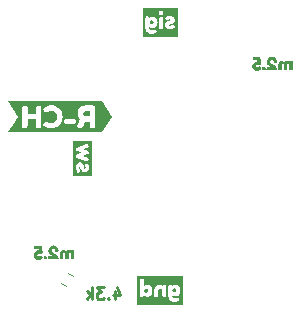
<source format=gbr>
%TF.GenerationSoftware,KiCad,Pcbnew,(6.0.4)*%
%TF.CreationDate,2022-05-31T22:59:13-07:00*%
%TF.ProjectId,VP_SPEAKER_ADAPTER,56505f53-5045-4414-9b45-525f41444150,rev?*%
%TF.SameCoordinates,Original*%
%TF.FileFunction,Legend,Bot*%
%TF.FilePolarity,Positive*%
%FSLAX46Y46*%
G04 Gerber Fmt 4.6, Leading zero omitted, Abs format (unit mm)*
G04 Created by KiCad (PCBNEW (6.0.4)) date 2022-05-31 22:59:13*
%MOMM*%
%LPD*%
G01*
G04 APERTURE LIST*
%ADD10C,0.250000*%
%ADD11C,0.120000*%
G04 APERTURE END LIST*
D10*
X166128571Y-111285714D02*
X166128571Y-111952380D01*
X166366666Y-110904761D02*
X166604761Y-111619047D01*
X165985714Y-111619047D01*
X165604761Y-111857142D02*
X165557142Y-111904761D01*
X165604761Y-111952380D01*
X165652380Y-111904761D01*
X165604761Y-111857142D01*
X165604761Y-111952380D01*
X165223809Y-110952380D02*
X164604761Y-110952380D01*
X164938095Y-111333333D01*
X164795238Y-111333333D01*
X164700000Y-111380952D01*
X164652380Y-111428571D01*
X164604761Y-111523809D01*
X164604761Y-111761904D01*
X164652380Y-111857142D01*
X164700000Y-111904761D01*
X164795238Y-111952380D01*
X165080952Y-111952380D01*
X165176190Y-111904761D01*
X165223809Y-111857142D01*
X164176190Y-111952380D02*
X164176190Y-110952380D01*
X164080952Y-111571428D02*
X163795238Y-111952380D01*
X163795238Y-111285714D02*
X164176190Y-111666666D01*
%TO.C,kibuzzard-625A7373*%
G36*
X180860884Y-91769416D02*
G01*
X180943038Y-91853950D01*
X180970025Y-91771400D01*
X181085913Y-91742825D01*
X181158541Y-91753541D01*
X181198625Y-91785687D01*
X181213706Y-91826169D01*
X181216088Y-91880937D01*
X181216088Y-92439738D01*
X181213706Y-92495300D01*
X181200213Y-92536575D01*
X181158541Y-92568722D01*
X181077975Y-92579438D01*
X180997013Y-92569119D01*
X180954150Y-92538163D01*
X180939069Y-92496094D01*
X180936688Y-92441325D01*
X180936688Y-92160338D01*
X180912875Y-92056753D01*
X180841438Y-92022225D01*
X180767619Y-92056753D01*
X180743013Y-92160338D01*
X180743013Y-92438150D01*
X180740631Y-92492919D01*
X180727138Y-92534988D01*
X180685466Y-92568325D01*
X180604900Y-92579438D01*
X180523144Y-92568722D01*
X180481075Y-92536575D01*
X180465994Y-92495300D01*
X180463613Y-92439738D01*
X180463613Y-92161925D01*
X180443769Y-92058738D01*
X180368363Y-92022225D01*
X180294544Y-92056753D01*
X180269938Y-92160338D01*
X180269938Y-92438150D01*
X180267556Y-92492919D01*
X180254063Y-92534988D01*
X180212391Y-92568325D01*
X180131825Y-92579438D01*
X180050466Y-92568722D01*
X180009588Y-92536575D01*
X179994506Y-92494506D01*
X179992125Y-92439738D01*
X179992125Y-92161925D01*
X180001650Y-92025841D01*
X180030225Y-91918156D01*
X180077850Y-91838869D01*
X180173894Y-91765645D01*
X180290575Y-91741237D01*
X180401700Y-91772194D01*
X180480281Y-91829344D01*
X180522350Y-91879350D01*
X180584439Y-91802621D01*
X180664872Y-91756583D01*
X180763650Y-91741237D01*
X180860884Y-91769416D01*
G37*
G36*
X178402244Y-91427706D02*
G01*
X178443519Y-91461837D01*
X178466537Y-91504700D01*
X178477650Y-91538037D01*
X178486778Y-91603919D01*
X178510987Y-91782512D01*
X178534800Y-91963884D01*
X178542737Y-92038100D01*
X178525275Y-92076994D01*
X178451456Y-92125413D01*
X178351444Y-92155575D01*
X178264925Y-92119063D01*
X178188725Y-92090488D01*
X178103794Y-92121444D01*
X178066487Y-92205581D01*
X178100619Y-92288925D01*
X178205394Y-92319088D01*
X178304612Y-92285750D01*
X178410975Y-92234950D01*
X178503050Y-92287338D01*
X178561787Y-92390525D01*
X178501462Y-92485775D01*
X178488762Y-92496888D01*
X178449075Y-92527050D01*
X178366525Y-92568501D01*
X178277625Y-92593372D01*
X178182375Y-92601663D01*
X178075307Y-92588522D01*
X177980586Y-92549099D01*
X177898212Y-92483394D01*
X177834712Y-92399433D01*
X177796612Y-92305241D01*
X177783912Y-92200819D01*
X177797318Y-92096926D01*
X177837535Y-92004322D01*
X177904562Y-91923006D01*
X177988347Y-91859947D01*
X178078835Y-91822112D01*
X178176025Y-91809500D01*
X178231587Y-91812675D01*
X178215712Y-91692025D01*
X177937900Y-91692025D01*
X177886306Y-91689644D01*
X177847412Y-91674562D01*
X177817647Y-91635272D01*
X177807725Y-91558675D01*
X177818441Y-91474537D01*
X177850587Y-91431675D01*
X177891862Y-91416594D01*
X177947425Y-91414212D01*
X178096650Y-91414212D01*
X178337950Y-91412625D01*
X178402244Y-91427706D01*
G37*
G36*
X178862817Y-92296069D02*
G01*
X178904687Y-92331788D01*
X178919769Y-92374650D01*
X178922150Y-92430213D01*
X178922150Y-92436563D01*
X178891194Y-92550863D01*
X178843966Y-92573484D01*
X178764194Y-92581025D01*
X178686208Y-92569516D01*
X178644337Y-92534988D01*
X178627669Y-92491331D01*
X178625287Y-92434975D01*
X178625287Y-92428625D01*
X178652275Y-92317500D01*
X178703670Y-92292497D01*
X178784831Y-92284163D01*
X178862817Y-92296069D01*
G37*
G36*
X179580522Y-91412890D02*
G01*
X179683709Y-91456546D01*
X179770669Y-91529306D01*
X179836374Y-91620411D01*
X179875797Y-91719101D01*
X179888938Y-91825375D01*
X179881000Y-91906337D01*
X179837741Y-91951581D01*
X179749238Y-91966662D01*
X179668275Y-91957137D01*
X179625413Y-91928562D01*
X179610331Y-91888875D01*
X179607950Y-91836487D01*
X179607950Y-91826962D01*
X179601600Y-91790450D01*
X179559531Y-91716631D01*
X179471425Y-91679325D01*
X179392050Y-91693612D01*
X179349981Y-91724569D01*
X179325375Y-91767431D01*
X179314262Y-91807912D01*
X179329145Y-91877366D01*
X179373794Y-91942850D01*
X179439477Y-92002977D01*
X179517463Y-92056356D01*
X179601600Y-92106759D01*
X179685738Y-92157956D01*
X179763723Y-92214709D01*
X179829406Y-92281781D01*
X179874055Y-92357386D01*
X179888938Y-92439738D01*
X179847663Y-92539750D01*
X179749238Y-92582613D01*
X179128525Y-92582613D01*
X179030100Y-92563563D01*
X178995969Y-92522288D01*
X178985650Y-92442119D01*
X178995175Y-92361156D01*
X179032481Y-92315119D01*
X179125350Y-92300038D01*
X179415862Y-92300038D01*
X179415862Y-92292100D01*
X179376175Y-92276225D01*
X179277750Y-92222647D01*
X179166625Y-92134938D01*
X179115031Y-92077788D01*
X179071375Y-92004763D01*
X179041609Y-91921419D01*
X179031687Y-91833312D01*
X179044917Y-91724216D01*
X179084604Y-91623410D01*
X179150750Y-91530894D01*
X179238151Y-91457251D01*
X179341603Y-91413066D01*
X179461106Y-91398337D01*
X179580522Y-91412890D01*
G37*
%TO.C,kibuzzard-6296FC15*%
G36*
X171958578Y-112440234D02*
G01*
X168041422Y-112440234D01*
X168041422Y-111567109D01*
X168289469Y-111567109D01*
X168292445Y-111635570D01*
X168311297Y-111686172D01*
X168368100Y-111726355D01*
X168478977Y-111739750D01*
X168586381Y-111715441D01*
X168632766Y-111642516D01*
X168732480Y-111713953D01*
X168864937Y-111737766D01*
X168980472Y-111720457D01*
X169088951Y-111668533D01*
X169190375Y-111581992D01*
X169201455Y-111567109D01*
X169476125Y-111567109D01*
X169479102Y-111635570D01*
X169495969Y-111686172D01*
X169548555Y-111726355D01*
X169650750Y-111739750D01*
X169761875Y-111721395D01*
X169813469Y-111666328D01*
X169825375Y-111565125D01*
X169825375Y-111215875D01*
X169872008Y-111088875D01*
X169997023Y-111043234D01*
X170124023Y-111090859D01*
X170172641Y-111215875D01*
X170172641Y-111567109D01*
X170175617Y-111635570D01*
X170194469Y-111686172D01*
X170245566Y-111726355D01*
X170347266Y-111739750D01*
X170447973Y-111726355D01*
X170500062Y-111686172D01*
X170500698Y-111684188D01*
X170678656Y-111684188D01*
X170696295Y-111826511D01*
X170749212Y-111949212D01*
X170837406Y-112052289D01*
X170947649Y-112130010D01*
X171066712Y-112176643D01*
X171194594Y-112192188D01*
X171341934Y-112173832D01*
X171482328Y-112118766D01*
X171585020Y-112048816D01*
X171619250Y-111985813D01*
X171559719Y-111848891D01*
X171501180Y-111791344D01*
X171452563Y-111775469D01*
X171395016Y-111799281D01*
X171295797Y-111854348D01*
X171188641Y-111872703D01*
X171065609Y-111813172D01*
X171017984Y-111670297D01*
X171017984Y-111610766D01*
X171115715Y-111685180D01*
X171258094Y-111709984D01*
X171365581Y-111693117D01*
X171468438Y-111642516D01*
X171566664Y-111558180D01*
X171646590Y-111451354D01*
X171694546Y-111333284D01*
X171710531Y-111203969D01*
X171694436Y-111074543D01*
X171646149Y-110956142D01*
X171565672Y-110848766D01*
X171466012Y-110763878D01*
X171360179Y-110712946D01*
X171248172Y-110695969D01*
X171125141Y-110720773D01*
X171048742Y-110766414D01*
X171016000Y-110805109D01*
X170975320Y-110720773D01*
X170863203Y-110692000D01*
X170750094Y-110703906D01*
X170699492Y-110744586D01*
X170681633Y-110795187D01*
X170678656Y-110862656D01*
X170678656Y-111684188D01*
X170500698Y-111684188D01*
X170516930Y-111633586D01*
X170519906Y-111565125D01*
X170519906Y-110862656D01*
X170516930Y-110796180D01*
X170498078Y-110745578D01*
X170445988Y-110708371D01*
X170345281Y-110695969D01*
X170247551Y-110707379D01*
X170196453Y-110741609D01*
X170176609Y-110822969D01*
X170140891Y-110783281D01*
X170087313Y-110741609D01*
X169938484Y-110695969D01*
X169813579Y-110712836D01*
X169703446Y-110763437D01*
X169608086Y-110847773D01*
X169534774Y-110956363D01*
X169490787Y-111079725D01*
X169476125Y-111217859D01*
X169476125Y-111567109D01*
X169201455Y-111567109D01*
X169271955Y-111472411D01*
X169320903Y-111351364D01*
X169337219Y-111218852D01*
X169320793Y-111086229D01*
X169271514Y-110964852D01*
X169189383Y-110854719D01*
X169087628Y-110767627D01*
X168979480Y-110715372D01*
X168864937Y-110697953D01*
X168734465Y-110722758D01*
X168636734Y-110797172D01*
X168636734Y-110380453D01*
X168633758Y-110311992D01*
X168615898Y-110260398D01*
X168563312Y-110219719D01*
X168463102Y-110207812D01*
X168362891Y-110219719D01*
X168310305Y-110261391D01*
X168292445Y-110313977D01*
X168289469Y-110382437D01*
X168289469Y-111567109D01*
X168041422Y-111567109D01*
X168041422Y-109959766D01*
X171958578Y-109959766D01*
X171958578Y-112440234D01*
G37*
G36*
X168942328Y-111099789D02*
G01*
X168989953Y-111219844D01*
X168938359Y-111338906D01*
X168813344Y-111392484D01*
X168691305Y-111338906D01*
X168642687Y-111220836D01*
X168689320Y-111100781D01*
X168815328Y-111045219D01*
X168942328Y-111099789D01*
G37*
G36*
X171323578Y-111086891D02*
G01*
X171371203Y-111204961D01*
X171320602Y-111321047D01*
X171197570Y-111372641D01*
X171077516Y-111320055D01*
X171029891Y-111204961D01*
X171075531Y-111087883D01*
X171198563Y-111033312D01*
X171323578Y-111086891D01*
G37*
%TO.C,kibuzzard-625A7373*%
G36*
X160362817Y-108296069D02*
G01*
X160404687Y-108331788D01*
X160419769Y-108374650D01*
X160422150Y-108430213D01*
X160422150Y-108436563D01*
X160391194Y-108550863D01*
X160343966Y-108573484D01*
X160264194Y-108581025D01*
X160186208Y-108569516D01*
X160144337Y-108534988D01*
X160127669Y-108491331D01*
X160125287Y-108434975D01*
X160125287Y-108428625D01*
X160152275Y-108317500D01*
X160203670Y-108292497D01*
X160284831Y-108284163D01*
X160362817Y-108296069D01*
G37*
G36*
X161080522Y-107412890D02*
G01*
X161183709Y-107456546D01*
X161270669Y-107529306D01*
X161336374Y-107620411D01*
X161375797Y-107719101D01*
X161388938Y-107825375D01*
X161381000Y-107906337D01*
X161337741Y-107951581D01*
X161249238Y-107966662D01*
X161168275Y-107957137D01*
X161125413Y-107928562D01*
X161110331Y-107888875D01*
X161107950Y-107836487D01*
X161107950Y-107826962D01*
X161101600Y-107790450D01*
X161059531Y-107716631D01*
X160971425Y-107679325D01*
X160892050Y-107693612D01*
X160849981Y-107724569D01*
X160825375Y-107767431D01*
X160814262Y-107807912D01*
X160829145Y-107877366D01*
X160873794Y-107942850D01*
X160939477Y-108002977D01*
X161017463Y-108056356D01*
X161101600Y-108106759D01*
X161185738Y-108157956D01*
X161263723Y-108214709D01*
X161329406Y-108281781D01*
X161374055Y-108357386D01*
X161388938Y-108439738D01*
X161347663Y-108539750D01*
X161249238Y-108582613D01*
X160628525Y-108582613D01*
X160530100Y-108563563D01*
X160495969Y-108522288D01*
X160485650Y-108442119D01*
X160495175Y-108361156D01*
X160532481Y-108315119D01*
X160625350Y-108300038D01*
X160915862Y-108300038D01*
X160915862Y-108292100D01*
X160876175Y-108276225D01*
X160777750Y-108222647D01*
X160666625Y-108134938D01*
X160615031Y-108077788D01*
X160571375Y-108004763D01*
X160541609Y-107921419D01*
X160531687Y-107833312D01*
X160544917Y-107724216D01*
X160584604Y-107623410D01*
X160650750Y-107530894D01*
X160738151Y-107457251D01*
X160841603Y-107413066D01*
X160961106Y-107398337D01*
X161080522Y-107412890D01*
G37*
G36*
X162360884Y-107769416D02*
G01*
X162443038Y-107853950D01*
X162470025Y-107771400D01*
X162585913Y-107742825D01*
X162658541Y-107753541D01*
X162698625Y-107785687D01*
X162713706Y-107826169D01*
X162716088Y-107880937D01*
X162716088Y-108439738D01*
X162713706Y-108495300D01*
X162700213Y-108536575D01*
X162658541Y-108568722D01*
X162577975Y-108579438D01*
X162497013Y-108569119D01*
X162454150Y-108538163D01*
X162439069Y-108496094D01*
X162436688Y-108441325D01*
X162436688Y-108160338D01*
X162412875Y-108056753D01*
X162341438Y-108022225D01*
X162267619Y-108056753D01*
X162243013Y-108160338D01*
X162243013Y-108438150D01*
X162240631Y-108492919D01*
X162227138Y-108534988D01*
X162185466Y-108568325D01*
X162104900Y-108579438D01*
X162023144Y-108568722D01*
X161981075Y-108536575D01*
X161965994Y-108495300D01*
X161963613Y-108439738D01*
X161963613Y-108161925D01*
X161943769Y-108058738D01*
X161868363Y-108022225D01*
X161794544Y-108056753D01*
X161769938Y-108160338D01*
X161769938Y-108438150D01*
X161767556Y-108492919D01*
X161754063Y-108534988D01*
X161712391Y-108568325D01*
X161631825Y-108579438D01*
X161550466Y-108568722D01*
X161509588Y-108536575D01*
X161494506Y-108494506D01*
X161492125Y-108439738D01*
X161492125Y-108161925D01*
X161501650Y-108025841D01*
X161530225Y-107918156D01*
X161577850Y-107838869D01*
X161673894Y-107765645D01*
X161790575Y-107741237D01*
X161901700Y-107772194D01*
X161980281Y-107829344D01*
X162022350Y-107879350D01*
X162084439Y-107802621D01*
X162164872Y-107756583D01*
X162263650Y-107741237D01*
X162360884Y-107769416D01*
G37*
G36*
X159902244Y-107427706D02*
G01*
X159943519Y-107461837D01*
X159966537Y-107504700D01*
X159977650Y-107538037D01*
X159986778Y-107603919D01*
X160010987Y-107782512D01*
X160034800Y-107963884D01*
X160042737Y-108038100D01*
X160025275Y-108076994D01*
X159951456Y-108125413D01*
X159851444Y-108155575D01*
X159764925Y-108119063D01*
X159688725Y-108090488D01*
X159603794Y-108121444D01*
X159566487Y-108205581D01*
X159600619Y-108288925D01*
X159705394Y-108319088D01*
X159804612Y-108285750D01*
X159910975Y-108234950D01*
X160003050Y-108287338D01*
X160061787Y-108390525D01*
X160001462Y-108485775D01*
X159988762Y-108496888D01*
X159949075Y-108527050D01*
X159866525Y-108568501D01*
X159777625Y-108593372D01*
X159682375Y-108601663D01*
X159575307Y-108588522D01*
X159480586Y-108549099D01*
X159398212Y-108483394D01*
X159334712Y-108399433D01*
X159296612Y-108305241D01*
X159283912Y-108200819D01*
X159297318Y-108096926D01*
X159337535Y-108004322D01*
X159404562Y-107923006D01*
X159488347Y-107859947D01*
X159578835Y-107822112D01*
X159676025Y-107809500D01*
X159731587Y-107812675D01*
X159715712Y-107692025D01*
X159437900Y-107692025D01*
X159386306Y-107689644D01*
X159347412Y-107674562D01*
X159317647Y-107635272D01*
X159307725Y-107558675D01*
X159318441Y-107474537D01*
X159350587Y-107431675D01*
X159391862Y-107416594D01*
X159447425Y-107414212D01*
X159596650Y-107414212D01*
X159837950Y-107412625D01*
X159902244Y-107427706D01*
G37*
D11*
%TO.C,R2*%
X161605956Y-110591921D02*
X161994657Y-110864093D01*
X162205343Y-109735907D02*
X162594044Y-110008079D01*
%TO.C,kibuzzard-6296FBFD*%
G36*
X168497828Y-87259766D02*
G01*
X171502172Y-87259766D01*
X171502172Y-89740234D01*
X168497828Y-89740234D01*
X168497828Y-88984188D01*
X168745875Y-88984188D01*
X168763514Y-89126511D01*
X168816431Y-89249212D01*
X168904625Y-89352289D01*
X169014868Y-89430010D01*
X169133931Y-89476643D01*
X169261812Y-89492188D01*
X169409152Y-89473832D01*
X169549547Y-89418766D01*
X169652238Y-89348816D01*
X169686469Y-89285813D01*
X169626937Y-89148891D01*
X169568398Y-89091344D01*
X169519781Y-89075469D01*
X169462234Y-89099281D01*
X169363016Y-89154348D01*
X169255859Y-89172703D01*
X169132828Y-89113172D01*
X169085203Y-88970297D01*
X169085203Y-88910766D01*
X169182934Y-88985180D01*
X169325312Y-89009984D01*
X169432799Y-88993117D01*
X169535656Y-88942516D01*
X169621171Y-88869094D01*
X169906734Y-88869094D01*
X169909711Y-88937555D01*
X169928562Y-88990141D01*
X169979660Y-89028836D01*
X170081359Y-89041734D01*
X170182066Y-89028340D01*
X170234156Y-88988156D01*
X170251023Y-88936563D01*
X170254000Y-88867109D01*
X170254000Y-88714313D01*
X170382984Y-88714313D01*
X170392658Y-88809811D01*
X170421680Y-88889930D01*
X170529828Y-88998078D01*
X170621661Y-89032253D01*
X170727825Y-89052759D01*
X170848320Y-89059594D01*
X170974328Y-89047247D01*
X171097029Y-89010205D01*
X171216422Y-88948469D01*
X171254125Y-88873063D01*
X171235273Y-88808074D01*
X171178719Y-88716297D01*
X171108273Y-88682563D01*
X170976313Y-88731180D01*
X170825500Y-88779797D01*
X170734715Y-88767891D01*
X170704453Y-88732172D01*
X170737691Y-88699430D01*
X170837406Y-88676609D01*
X170961926Y-88644363D01*
X171085453Y-88583344D01*
X171180703Y-88471227D01*
X171208980Y-88387635D01*
X171218406Y-88289656D01*
X171201182Y-88176785D01*
X171149509Y-88088996D01*
X171063387Y-88026290D01*
X170942816Y-87988666D01*
X170787797Y-87976125D01*
X170644922Y-87992992D01*
X170498078Y-88043594D01*
X170428625Y-88122969D01*
X170472281Y-88240047D01*
X170561578Y-88309500D01*
X170649883Y-88279734D01*
X170789781Y-88249969D01*
X170906859Y-88293625D01*
X170873125Y-88342738D01*
X170771922Y-88371016D01*
X170642938Y-88396812D01*
X170517922Y-88446422D01*
X170421680Y-88542664D01*
X170392658Y-88619807D01*
X170382984Y-88714313D01*
X170254000Y-88714313D01*
X170254000Y-88170594D01*
X170251023Y-88102133D01*
X170234156Y-88049547D01*
X170181570Y-88010852D01*
X170079375Y-87997953D01*
X169944437Y-88031687D01*
X169908719Y-88117016D01*
X169906734Y-88174562D01*
X169906734Y-88869094D01*
X169621171Y-88869094D01*
X169633883Y-88858180D01*
X169713809Y-88751354D01*
X169761765Y-88633284D01*
X169777750Y-88503969D01*
X169761655Y-88374543D01*
X169713368Y-88256142D01*
X169632891Y-88148766D01*
X169533231Y-88063878D01*
X169427398Y-88012946D01*
X169315391Y-87995969D01*
X169192359Y-88020773D01*
X169115961Y-88066414D01*
X169083219Y-88105109D01*
X169042539Y-88020773D01*
X168930422Y-87992000D01*
X168817312Y-88003906D01*
X168766711Y-88044586D01*
X168748852Y-88095187D01*
X168745875Y-88162656D01*
X168745875Y-88984188D01*
X168497828Y-88984188D01*
X168497828Y-87682437D01*
X169906734Y-87682437D01*
X169909711Y-87750898D01*
X169927570Y-87802492D01*
X169980156Y-87843172D01*
X170080367Y-87855078D01*
X170180578Y-87843172D01*
X170233164Y-87801500D01*
X170251023Y-87748914D01*
X170254000Y-87680453D01*
X170251023Y-87611992D01*
X170234156Y-87561391D01*
X170181570Y-87521207D01*
X170079375Y-87507812D01*
X169979164Y-87521207D01*
X169928562Y-87561391D01*
X169909711Y-87613977D01*
X169906734Y-87682437D01*
X168497828Y-87682437D01*
X168497828Y-87259766D01*
G37*
G36*
X169390797Y-88386891D02*
G01*
X169438422Y-88504961D01*
X169387820Y-88621047D01*
X169264789Y-88672641D01*
X169144734Y-88620055D01*
X169097109Y-88504961D01*
X169142750Y-88387883D01*
X169265781Y-88333312D01*
X169390797Y-88386891D01*
G37*
%TO.C,kibuzzard-625A70B4*%
G36*
X164020719Y-96463339D02*
G01*
X163685439Y-96463339D01*
X163533515Y-96405712D01*
X163457553Y-96232834D01*
X163533515Y-96058645D01*
X163690678Y-95999709D01*
X164020719Y-95999709D01*
X164020719Y-96463339D01*
G37*
G36*
X165903176Y-96500010D02*
G01*
X165030051Y-97809698D01*
X157096838Y-97809698D01*
X157487998Y-97222958D01*
X158297384Y-97222958D01*
X158301314Y-97313326D01*
X158326198Y-97382739D01*
X158395611Y-97435782D01*
X158530509Y-97453463D01*
X158675884Y-97429233D01*
X158745298Y-97356546D01*
X158761014Y-97220338D01*
X158761014Y-96688605D01*
X159455148Y-96688605D01*
X159455148Y-97222958D01*
X159459077Y-97313326D01*
X159483961Y-97382739D01*
X159553375Y-97435782D01*
X159688273Y-97453463D01*
X159833648Y-97429233D01*
X159903061Y-97356546D01*
X159918778Y-97220338D01*
X159918778Y-95841237D01*
X160089037Y-95841237D01*
X160144044Y-95986613D01*
X160240961Y-96092697D01*
X160327400Y-96128059D01*
X160460988Y-96070432D01*
X160589338Y-96003638D01*
X160754358Y-95981374D01*
X160923308Y-96010842D01*
X161089638Y-96099246D01*
X161220607Y-96261647D01*
X161259898Y-96373298D01*
X161272994Y-96498700D01*
X161259898Y-96624103D01*
X161220607Y-96735754D01*
X161087019Y-96900774D01*
X160923963Y-96987214D01*
X160754358Y-97016027D01*
X160601125Y-96995072D01*
X160497659Y-96953162D01*
X160450511Y-96919110D01*
X160324781Y-96866723D01*
X160240306Y-96903394D01*
X160149283Y-97013407D01*
X160091656Y-97160093D01*
X160127018Y-97251771D01*
X160209528Y-97317255D01*
X160299897Y-97372262D01*
X160476704Y-97440366D01*
X160608001Y-97471798D01*
X160734713Y-97482276D01*
X160859788Y-97474090D01*
X160986173Y-97449533D01*
X161115177Y-97405659D01*
X161248110Y-97339520D01*
X161355609Y-97267487D01*
X162975588Y-97267487D01*
X163016189Y-97359165D01*
X163137990Y-97435127D01*
X163272887Y-97471798D01*
X163356707Y-97446914D01*
X163405166Y-97395836D01*
X163439509Y-97321039D01*
X163507612Y-97163003D01*
X163609477Y-96921729D01*
X163690678Y-96926968D01*
X164020719Y-96926968D01*
X164020719Y-97222958D01*
X164024648Y-97313326D01*
X164049532Y-97382739D01*
X164118945Y-97435782D01*
X164253843Y-97453463D01*
X164399219Y-97429233D01*
X164468632Y-97356546D01*
X164484348Y-97220338D01*
X164484348Y-95766585D01*
X164480419Y-95676217D01*
X164455535Y-95606803D01*
X164386122Y-95553761D01*
X164251224Y-95536080D01*
X163685439Y-95536080D01*
X163533224Y-95554707D01*
X163383920Y-95610587D01*
X163237526Y-95703720D01*
X163141919Y-95799327D01*
X163064647Y-95923747D01*
X163013569Y-96070432D01*
X162996543Y-96232834D01*
X163018371Y-96418518D01*
X163083856Y-96580920D01*
X163192996Y-96720038D01*
X163147594Y-96827432D01*
X163088221Y-96964513D01*
X163014879Y-97131279D01*
X162975588Y-97267487D01*
X161355609Y-97267487D01*
X161376132Y-97253735D01*
X161490403Y-97150925D01*
X161588302Y-97023885D01*
X161657428Y-96885058D01*
X161867593Y-96885058D01*
X161881999Y-97004240D01*
X161927838Y-97068414D01*
X162058807Y-97091989D01*
X162682218Y-97091989D01*
X162799435Y-97069724D01*
X162857716Y-97002930D01*
X162870813Y-96882439D01*
X162855097Y-96764567D01*
X162805329Y-96701702D01*
X162679599Y-96678128D01*
X162056188Y-96678128D01*
X161939625Y-96699737D01*
X161883309Y-96764567D01*
X161867593Y-96885058D01*
X161657428Y-96885058D01*
X161667210Y-96865413D01*
X161719271Y-96683694D01*
X161736624Y-96486913D01*
X161719598Y-96292097D01*
X161668520Y-96116272D01*
X161590921Y-95964348D01*
X161494332Y-95841237D01*
X161380716Y-95741374D01*
X161252039Y-95659191D01*
X161080616Y-95580609D01*
X160908610Y-95533461D01*
X160736023Y-95517744D01*
X160611930Y-95527240D01*
X160485872Y-95555725D01*
X160293348Y-95632997D01*
X160230483Y-95669668D01*
X160157141Y-95716817D01*
X160089037Y-95841237D01*
X159918778Y-95841237D01*
X159918778Y-95766585D01*
X159914849Y-95676217D01*
X159889964Y-95606803D01*
X159820551Y-95553761D01*
X159685653Y-95536080D01*
X159539623Y-95560309D01*
X159468245Y-95632997D01*
X159455148Y-95769204D01*
X159455148Y-96303557D01*
X158761014Y-96303557D01*
X158761014Y-95766585D01*
X158757085Y-95676217D01*
X158732201Y-95606803D01*
X158661478Y-95551796D01*
X158535748Y-95536080D01*
X158415256Y-95549177D01*
X158347153Y-95580609D01*
X158310481Y-95632997D01*
X158297384Y-95769204D01*
X158297384Y-97222958D01*
X157487998Y-97222958D01*
X157969963Y-96500010D01*
X157096838Y-95190322D01*
X165030051Y-95190322D01*
X165903176Y-96500010D01*
G37*
%TO.C,kibuzzard-6296FC21*%
G36*
X162610219Y-101480344D02*
G01*
X162610219Y-100826492D01*
X162858266Y-100826492D01*
X162870613Y-100952500D01*
X162907655Y-101075201D01*
X162969391Y-101194594D01*
X163044797Y-101232297D01*
X163109785Y-101213445D01*
X163201562Y-101156891D01*
X163235297Y-101086445D01*
X163186680Y-100954484D01*
X163138062Y-100803672D01*
X163149969Y-100712887D01*
X163185687Y-100682625D01*
X163218430Y-100715863D01*
X163241250Y-100815578D01*
X163273496Y-100940098D01*
X163334516Y-101063625D01*
X163446633Y-101158875D01*
X163530225Y-101187152D01*
X163628203Y-101196578D01*
X163741074Y-101179354D01*
X163828863Y-101127681D01*
X163891569Y-101041559D01*
X163929193Y-100920988D01*
X163941734Y-100765969D01*
X163924867Y-100623094D01*
X163874266Y-100476250D01*
X163794891Y-100406797D01*
X163677813Y-100450453D01*
X163608359Y-100539750D01*
X163638125Y-100628055D01*
X163667891Y-100767953D01*
X163624234Y-100885031D01*
X163575121Y-100851297D01*
X163546844Y-100750094D01*
X163521047Y-100621109D01*
X163471438Y-100496094D01*
X163375195Y-100399852D01*
X163298053Y-100370830D01*
X163203547Y-100361156D01*
X163108049Y-100370830D01*
X163027930Y-100399852D01*
X162919781Y-100508000D01*
X162885606Y-100599832D01*
X162865101Y-100705997D01*
X162858266Y-100826492D01*
X162610219Y-100826492D01*
X162610219Y-99803547D01*
X162870172Y-99803547D01*
X162904898Y-99906734D01*
X162975344Y-99962297D01*
X163705594Y-100261938D01*
X163782984Y-100281781D01*
X163853926Y-100253504D01*
X163908000Y-100168672D01*
X163933797Y-100065484D01*
X163916930Y-100000992D01*
X163883195Y-99966266D01*
X163848469Y-99950391D01*
X163771740Y-99919743D01*
X163647385Y-99872780D01*
X163475406Y-99809500D01*
X163796875Y-99692422D01*
X163866328Y-99648766D01*
X163923875Y-99531687D01*
X163892125Y-99429492D01*
X163828625Y-99370953D01*
X163794891Y-99355078D01*
X163636141Y-99297972D01*
X163530307Y-99258946D01*
X163477391Y-99238000D01*
X163806797Y-99116953D01*
X163902047Y-99057422D01*
X163933797Y-98974078D01*
X163913953Y-98894703D01*
X163851941Y-98799453D01*
X163777031Y-98767703D01*
X163668883Y-98799453D01*
X163538906Y-98853031D01*
X163007094Y-99071312D01*
X162932680Y-99111000D01*
X162884062Y-99170531D01*
X162870172Y-99245937D01*
X162904898Y-99334242D01*
X162975344Y-99390797D01*
X163009078Y-99406672D01*
X163061113Y-99426736D01*
X163164300Y-99465762D01*
X163318641Y-99523750D01*
X163255885Y-99548307D01*
X163162867Y-99582289D01*
X163027930Y-99631898D01*
X162992211Y-99645789D01*
X162959469Y-99662656D01*
X162917797Y-99694406D01*
X162870172Y-99803547D01*
X162610219Y-99803547D01*
X162610219Y-98519656D01*
X164189781Y-98519656D01*
X164189781Y-101480344D01*
X162610219Y-101480344D01*
G37*
%TD*%
M02*

</source>
